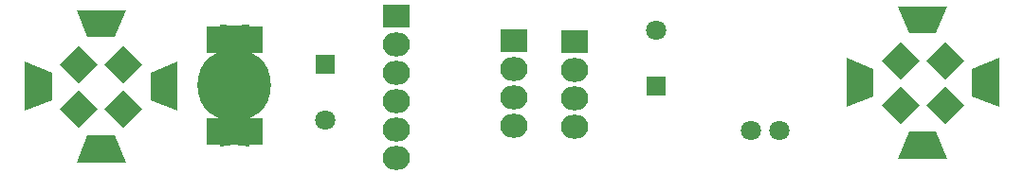
<source format=gbr>
G04 #@! TF.FileFunction,Soldermask,Bot*
%FSLAX46Y46*%
G04 Gerber Fmt 4.6, Leading zero omitted, Abs format (unit mm)*
G04 Created by KiCad (PCBNEW 4.0.4-stable) date Monday, October 17, 2016 'PMt' 10:33:17 PM*
%MOMM*%
%LPD*%
G01*
G04 APERTURE LIST*
%ADD10C,0.100000*%
%ADD11C,1.797000*%
%ADD12R,1.800000X1.800000*%
%ADD13C,1.800000*%
%ADD14R,2.432000X2.127200*%
%ADD15O,2.432000X2.127200*%
%ADD16R,1.300000X2.400000*%
%ADD17C,6.560000*%
G04 APERTURE END LIST*
D10*
D11*
X151030000Y-124900000D03*
X153570000Y-124900000D03*
D12*
X113000000Y-119000000D03*
D13*
X113000000Y-124000000D03*
D14*
X119400000Y-114700000D03*
D15*
X119400000Y-117240000D03*
X119400000Y-119780000D03*
X119400000Y-122320000D03*
X119400000Y-124860000D03*
X119400000Y-127400000D03*
D14*
X129900000Y-116900000D03*
D15*
X129900000Y-119440000D03*
X129900000Y-121980000D03*
X129900000Y-124520000D03*
D12*
X142600000Y-121000000D03*
D13*
X142600000Y-116000000D03*
D14*
X135300000Y-117000000D03*
D15*
X135300000Y-119540000D03*
X135300000Y-122080000D03*
X135300000Y-124620000D03*
D16*
X106800000Y-125000000D03*
D10*
G36*
X106200000Y-126375000D02*
X104900000Y-126225000D01*
X104900000Y-123975000D01*
X106200000Y-123825000D01*
X106200000Y-126375000D01*
X106200000Y-126375000D01*
G37*
D16*
X103000000Y-125000000D03*
D10*
G36*
X104900000Y-126225000D02*
X103600000Y-126375000D01*
X103600000Y-123825000D01*
X104900000Y-123975000D01*
X104900000Y-126225000D01*
X104900000Y-126225000D01*
G37*
D16*
X106800000Y-116800000D03*
X103000000Y-116800000D03*
D10*
G36*
X104900000Y-117825000D02*
X103600000Y-117975000D01*
X103600000Y-115425000D01*
X104900000Y-115575000D01*
X104900000Y-117825000D01*
X104900000Y-117825000D01*
G37*
D17*
X104900000Y-120900000D03*
D10*
G36*
X106200000Y-117975000D02*
X104900000Y-117825000D01*
X104900000Y-115575000D01*
X106200000Y-115425000D01*
X106200000Y-117975000D01*
X106200000Y-117975000D01*
G37*
G36*
X164370000Y-120952944D02*
X166067056Y-122650000D01*
X164370000Y-124347056D01*
X162672944Y-122650000D01*
X164370000Y-120952944D01*
X164370000Y-120952944D01*
G37*
G36*
X166672944Y-122650000D02*
X168370000Y-120952944D01*
X170067056Y-122650000D01*
X168370000Y-124347056D01*
X166672944Y-122650000D01*
X166672944Y-122650000D01*
G37*
G36*
X166067056Y-118650000D02*
X164370000Y-120347056D01*
X162672944Y-118650000D01*
X164370000Y-116952944D01*
X166067056Y-118650000D01*
X166067056Y-118650000D01*
G37*
G36*
X168370000Y-120347056D02*
X166672944Y-118650000D01*
X168370000Y-116952944D01*
X170067056Y-118650000D01*
X168370000Y-120347056D01*
X168370000Y-120347056D01*
G37*
G36*
X159570000Y-122850000D02*
X159570000Y-118450000D01*
X161970000Y-119450000D01*
X161970000Y-121850000D01*
X159570000Y-122850000D01*
X159570000Y-122850000D01*
G37*
G36*
X164170000Y-127450000D02*
X165170000Y-125050000D01*
X167570000Y-125050000D01*
X168570000Y-127450000D01*
X164170000Y-127450000D01*
X164170000Y-127450000D01*
G37*
G36*
X170770000Y-121850000D02*
X170770000Y-119450000D01*
X173170000Y-118450000D01*
X173170000Y-122850000D01*
X170770000Y-121850000D01*
X170770000Y-121850000D01*
G37*
G36*
X165170000Y-116250000D02*
X164170000Y-113850000D01*
X168570000Y-113850000D01*
X167570000Y-116250000D01*
X165170000Y-116250000D01*
X165170000Y-116250000D01*
G37*
G36*
X91000000Y-121302944D02*
X92697056Y-123000000D01*
X91000000Y-124697056D01*
X89302944Y-123000000D01*
X91000000Y-121302944D01*
X91000000Y-121302944D01*
G37*
G36*
X93302944Y-123000000D02*
X95000000Y-121302944D01*
X96697056Y-123000000D01*
X95000000Y-124697056D01*
X93302944Y-123000000D01*
X93302944Y-123000000D01*
G37*
G36*
X92697056Y-119000000D02*
X91000000Y-120697056D01*
X89302944Y-119000000D01*
X91000000Y-117302944D01*
X92697056Y-119000000D01*
X92697056Y-119000000D01*
G37*
G36*
X95000000Y-120697056D02*
X93302944Y-119000000D01*
X95000000Y-117302944D01*
X96697056Y-119000000D01*
X95000000Y-120697056D01*
X95000000Y-120697056D01*
G37*
G36*
X86200000Y-123200000D02*
X86200000Y-118800000D01*
X88600000Y-119800000D01*
X88600000Y-122200000D01*
X86200000Y-123200000D01*
X86200000Y-123200000D01*
G37*
G36*
X90800000Y-127800000D02*
X91800000Y-125400000D01*
X94200000Y-125400000D01*
X95200000Y-127800000D01*
X90800000Y-127800000D01*
X90800000Y-127800000D01*
G37*
G36*
X97400000Y-122200000D02*
X97400000Y-119800000D01*
X99800000Y-118800000D01*
X99800000Y-123200000D01*
X97400000Y-122200000D01*
X97400000Y-122200000D01*
G37*
G36*
X91800000Y-116600000D02*
X90800000Y-114200000D01*
X95200000Y-114200000D01*
X94200000Y-116600000D01*
X91800000Y-116600000D01*
X91800000Y-116600000D01*
G37*
M02*

</source>
